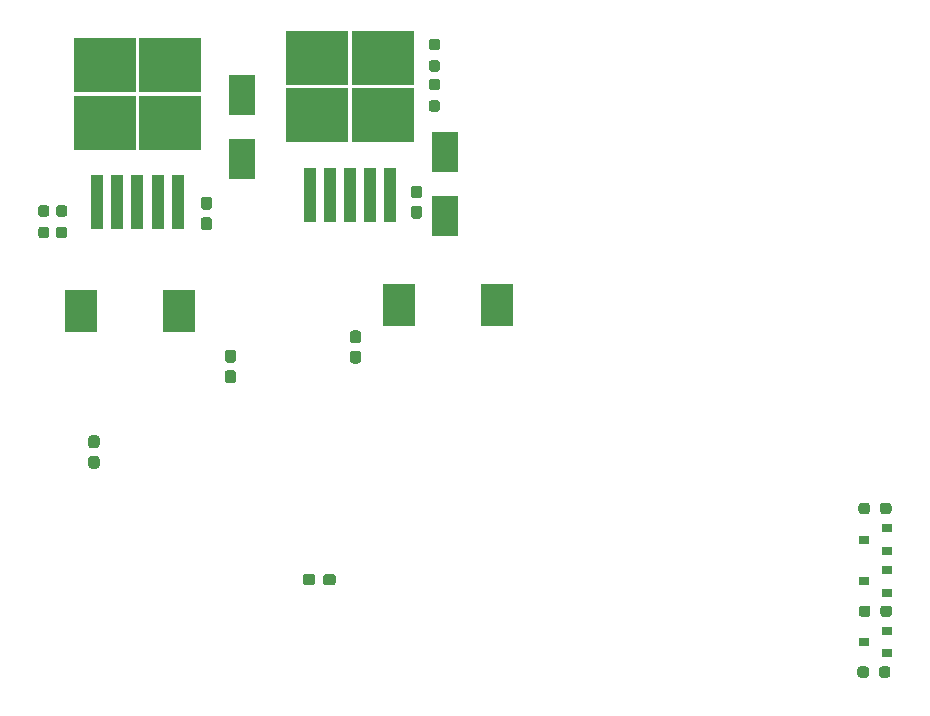
<source format=gbr>
G04 #@! TF.GenerationSoftware,KiCad,Pcbnew,5.1.9*
G04 #@! TF.CreationDate,2021-04-04T11:54:02+02:00*
G04 #@! TF.ProjectId,Robot volledig,526f626f-7420-4766-9f6c-6c656469672e,rev?*
G04 #@! TF.SameCoordinates,Original*
G04 #@! TF.FileFunction,Paste,Bot*
G04 #@! TF.FilePolarity,Positive*
%FSLAX46Y46*%
G04 Gerber Fmt 4.6, Leading zero omitted, Abs format (unit mm)*
G04 Created by KiCad (PCBNEW 5.1.9) date 2021-04-04 11:54:02*
%MOMM*%
%LPD*%
G01*
G04 APERTURE LIST*
%ADD10R,1.100000X4.600000*%
%ADD11R,5.250000X4.550000*%
%ADD12R,2.700000X3.600000*%
%ADD13R,2.300000X3.500000*%
%ADD14R,0.900000X0.800000*%
G04 APERTURE END LIST*
D10*
X139036000Y-81936240D03*
X137336000Y-81936240D03*
X135636000Y-81936240D03*
X133936000Y-81936240D03*
X132236000Y-81936240D03*
D11*
X132861000Y-70361240D03*
X138411000Y-75211240D03*
X138411000Y-70361240D03*
X132861000Y-75211240D03*
G36*
G01*
X131715500Y-103424700D02*
X132190500Y-103424700D01*
G75*
G02*
X132428000Y-103662200I0J-237500D01*
G01*
X132428000Y-104262200D01*
G75*
G02*
X132190500Y-104499700I-237500J0D01*
G01*
X131715500Y-104499700D01*
G75*
G02*
X131478000Y-104262200I0J237500D01*
G01*
X131478000Y-103662200D01*
G75*
G02*
X131715500Y-103424700I237500J0D01*
G01*
G37*
G36*
G01*
X131715500Y-101699700D02*
X132190500Y-101699700D01*
G75*
G02*
X132428000Y-101937200I0J-237500D01*
G01*
X132428000Y-102537200D01*
G75*
G02*
X132190500Y-102774700I-237500J0D01*
G01*
X131715500Y-102774700D01*
G75*
G02*
X131478000Y-102537200I0J237500D01*
G01*
X131478000Y-101937200D01*
G75*
G02*
X131715500Y-101699700I237500J0D01*
G01*
G37*
G36*
G01*
X151351500Y-114145500D02*
X151351500Y-113670500D01*
G75*
G02*
X151589000Y-113433000I237500J0D01*
G01*
X152189000Y-113433000D01*
G75*
G02*
X152426500Y-113670500I0J-237500D01*
G01*
X152426500Y-114145500D01*
G75*
G02*
X152189000Y-114383000I-237500J0D01*
G01*
X151589000Y-114383000D01*
G75*
G02*
X151351500Y-114145500I0J237500D01*
G01*
G37*
G36*
G01*
X149626500Y-114145500D02*
X149626500Y-113670500D01*
G75*
G02*
X149864000Y-113433000I237500J0D01*
G01*
X150464000Y-113433000D01*
G75*
G02*
X150701500Y-113670500I0J-237500D01*
G01*
X150701500Y-114145500D01*
G75*
G02*
X150464000Y-114383000I-237500J0D01*
G01*
X149864000Y-114383000D01*
G75*
G02*
X149626500Y-114145500I0J237500D01*
G01*
G37*
G36*
G01*
X153864300Y-94532500D02*
X154339300Y-94532500D01*
G75*
G02*
X154576800Y-94770000I0J-237500D01*
G01*
X154576800Y-95370000D01*
G75*
G02*
X154339300Y-95607500I-237500J0D01*
G01*
X153864300Y-95607500D01*
G75*
G02*
X153626800Y-95370000I0J237500D01*
G01*
X153626800Y-94770000D01*
G75*
G02*
X153864300Y-94532500I237500J0D01*
G01*
G37*
G36*
G01*
X153864300Y-92807500D02*
X154339300Y-92807500D01*
G75*
G02*
X154576800Y-93045000I0J-237500D01*
G01*
X154576800Y-93645000D01*
G75*
G02*
X154339300Y-93882500I-237500J0D01*
G01*
X153864300Y-93882500D01*
G75*
G02*
X153626800Y-93645000I0J237500D01*
G01*
X153626800Y-93045000D01*
G75*
G02*
X153864300Y-92807500I237500J0D01*
G01*
G37*
G36*
G01*
X143747500Y-95533500D02*
X143272500Y-95533500D01*
G75*
G02*
X143035000Y-95296000I0J237500D01*
G01*
X143035000Y-94696000D01*
G75*
G02*
X143272500Y-94458500I237500J0D01*
G01*
X143747500Y-94458500D01*
G75*
G02*
X143985000Y-94696000I0J-237500D01*
G01*
X143985000Y-95296000D01*
G75*
G02*
X143747500Y-95533500I-237500J0D01*
G01*
G37*
G36*
G01*
X143747500Y-97258500D02*
X143272500Y-97258500D01*
G75*
G02*
X143035000Y-97021000I0J237500D01*
G01*
X143035000Y-96421000D01*
G75*
G02*
X143272500Y-96183500I237500J0D01*
G01*
X143747500Y-96183500D01*
G75*
G02*
X143985000Y-96421000I0J-237500D01*
G01*
X143985000Y-97021000D01*
G75*
G02*
X143747500Y-97258500I-237500J0D01*
G01*
G37*
D12*
X139150000Y-91200000D03*
X130850000Y-91200000D03*
X166110560Y-90637360D03*
X157810560Y-90637360D03*
G36*
G01*
X197657540Y-107641380D02*
X197657540Y-108116380D01*
G75*
G02*
X197420040Y-108353880I-237500J0D01*
G01*
X196920040Y-108353880D01*
G75*
G02*
X196682540Y-108116380I0J237500D01*
G01*
X196682540Y-107641380D01*
G75*
G02*
X196920040Y-107403880I237500J0D01*
G01*
X197420040Y-107403880D01*
G75*
G02*
X197657540Y-107641380I0J-237500D01*
G01*
G37*
G36*
G01*
X199482540Y-107641380D02*
X199482540Y-108116380D01*
G75*
G02*
X199245040Y-108353880I-237500J0D01*
G01*
X198745040Y-108353880D01*
G75*
G02*
X198507540Y-108116380I0J237500D01*
G01*
X198507540Y-107641380D01*
G75*
G02*
X198745040Y-107403880I237500J0D01*
G01*
X199245040Y-107403880D01*
G75*
G02*
X199482540Y-107641380I0J-237500D01*
G01*
G37*
G36*
G01*
X199520000Y-116348500D02*
X199520000Y-116823500D01*
G75*
G02*
X199282500Y-117061000I-237500J0D01*
G01*
X198782500Y-117061000D01*
G75*
G02*
X198545000Y-116823500I0J237500D01*
G01*
X198545000Y-116348500D01*
G75*
G02*
X198782500Y-116111000I237500J0D01*
G01*
X199282500Y-116111000D01*
G75*
G02*
X199520000Y-116348500I0J-237500D01*
G01*
G37*
G36*
G01*
X197695000Y-116348500D02*
X197695000Y-116823500D01*
G75*
G02*
X197457500Y-117061000I-237500J0D01*
G01*
X196957500Y-117061000D01*
G75*
G02*
X196720000Y-116823500I0J237500D01*
G01*
X196720000Y-116348500D01*
G75*
G02*
X196957500Y-116111000I237500J0D01*
G01*
X197457500Y-116111000D01*
G75*
G02*
X197695000Y-116348500I0J-237500D01*
G01*
G37*
G36*
G01*
X197569900Y-121494540D02*
X197569900Y-121969540D01*
G75*
G02*
X197332400Y-122207040I-237500J0D01*
G01*
X196832400Y-122207040D01*
G75*
G02*
X196594900Y-121969540I0J237500D01*
G01*
X196594900Y-121494540D01*
G75*
G02*
X196832400Y-121257040I237500J0D01*
G01*
X197332400Y-121257040D01*
G75*
G02*
X197569900Y-121494540I0J-237500D01*
G01*
G37*
G36*
G01*
X199394900Y-121494540D02*
X199394900Y-121969540D01*
G75*
G02*
X199157400Y-122207040I-237500J0D01*
G01*
X198657400Y-122207040D01*
G75*
G02*
X198419900Y-121969540I0J237500D01*
G01*
X198419900Y-121494540D01*
G75*
G02*
X198657400Y-121257040I237500J0D01*
G01*
X199157400Y-121257040D01*
G75*
G02*
X199394900Y-121494540I0J-237500D01*
G01*
G37*
G36*
G01*
X127937500Y-83175000D02*
X127462500Y-83175000D01*
G75*
G02*
X127225000Y-82937500I0J237500D01*
G01*
X127225000Y-82437500D01*
G75*
G02*
X127462500Y-82200000I237500J0D01*
G01*
X127937500Y-82200000D01*
G75*
G02*
X128175000Y-82437500I0J-237500D01*
G01*
X128175000Y-82937500D01*
G75*
G02*
X127937500Y-83175000I-237500J0D01*
G01*
G37*
G36*
G01*
X127937500Y-85000000D02*
X127462500Y-85000000D01*
G75*
G02*
X127225000Y-84762500I0J237500D01*
G01*
X127225000Y-84262500D01*
G75*
G02*
X127462500Y-84025000I237500J0D01*
G01*
X127937500Y-84025000D01*
G75*
G02*
X128175000Y-84262500I0J-237500D01*
G01*
X128175000Y-84762500D01*
G75*
G02*
X127937500Y-85000000I-237500J0D01*
G01*
G37*
G36*
G01*
X128982460Y-82203460D02*
X129457460Y-82203460D01*
G75*
G02*
X129694960Y-82440960I0J-237500D01*
G01*
X129694960Y-82940960D01*
G75*
G02*
X129457460Y-83178460I-237500J0D01*
G01*
X128982460Y-83178460D01*
G75*
G02*
X128744960Y-82940960I0J237500D01*
G01*
X128744960Y-82440960D01*
G75*
G02*
X128982460Y-82203460I237500J0D01*
G01*
G37*
G36*
G01*
X128982460Y-84028460D02*
X129457460Y-84028460D01*
G75*
G02*
X129694960Y-84265960I0J-237500D01*
G01*
X129694960Y-84765960D01*
G75*
G02*
X129457460Y-85003460I-237500J0D01*
G01*
X128982460Y-85003460D01*
G75*
G02*
X128744960Y-84765960I0J237500D01*
G01*
X128744960Y-84265960D01*
G75*
G02*
X128982460Y-84028460I237500J0D01*
G01*
G37*
G36*
G01*
X160544500Y-69917500D02*
X161019500Y-69917500D01*
G75*
G02*
X161257000Y-70155000I0J-237500D01*
G01*
X161257000Y-70655000D01*
G75*
G02*
X161019500Y-70892500I-237500J0D01*
G01*
X160544500Y-70892500D01*
G75*
G02*
X160307000Y-70655000I0J237500D01*
G01*
X160307000Y-70155000D01*
G75*
G02*
X160544500Y-69917500I237500J0D01*
G01*
G37*
G36*
G01*
X160544500Y-68092500D02*
X161019500Y-68092500D01*
G75*
G02*
X161257000Y-68330000I0J-237500D01*
G01*
X161257000Y-68830000D01*
G75*
G02*
X161019500Y-69067500I-237500J0D01*
G01*
X160544500Y-69067500D01*
G75*
G02*
X160307000Y-68830000I0J237500D01*
G01*
X160307000Y-68330000D01*
G75*
G02*
X160544500Y-68092500I237500J0D01*
G01*
G37*
G36*
G01*
X160544500Y-71498000D02*
X161019500Y-71498000D01*
G75*
G02*
X161257000Y-71735500I0J-237500D01*
G01*
X161257000Y-72235500D01*
G75*
G02*
X161019500Y-72473000I-237500J0D01*
G01*
X160544500Y-72473000D01*
G75*
G02*
X160307000Y-72235500I0J237500D01*
G01*
X160307000Y-71735500D01*
G75*
G02*
X160544500Y-71498000I237500J0D01*
G01*
G37*
G36*
G01*
X160544500Y-73323000D02*
X161019500Y-73323000D01*
G75*
G02*
X161257000Y-73560500I0J-237500D01*
G01*
X161257000Y-74060500D01*
G75*
G02*
X161019500Y-74298000I-237500J0D01*
G01*
X160544500Y-74298000D01*
G75*
G02*
X160307000Y-74060500I0J237500D01*
G01*
X160307000Y-73560500D01*
G75*
G02*
X160544500Y-73323000I237500J0D01*
G01*
G37*
D11*
X150876000Y-74588240D03*
X156426000Y-69738240D03*
X156426000Y-74588240D03*
X150876000Y-69738240D03*
D10*
X150251000Y-81313240D03*
X151951000Y-81313240D03*
X153651000Y-81313240D03*
X155351000Y-81313240D03*
X157051000Y-81313240D03*
D13*
X144470120Y-78298040D03*
X144470120Y-72898040D03*
X161700000Y-77700000D03*
X161700000Y-83100000D03*
D14*
X197136000Y-119192000D03*
X199136000Y-120142000D03*
X199136000Y-118242000D03*
X197119240Y-110510320D03*
X199119240Y-111460320D03*
X199119240Y-109560320D03*
X199120000Y-113096000D03*
X199120000Y-114996000D03*
X197120000Y-114046000D03*
G36*
G01*
X141715500Y-84304500D02*
X141240500Y-84304500D01*
G75*
G02*
X141003000Y-84067000I0J237500D01*
G01*
X141003000Y-83467000D01*
G75*
G02*
X141240500Y-83229500I237500J0D01*
G01*
X141715500Y-83229500D01*
G75*
G02*
X141953000Y-83467000I0J-237500D01*
G01*
X141953000Y-84067000D01*
G75*
G02*
X141715500Y-84304500I-237500J0D01*
G01*
G37*
G36*
G01*
X141715500Y-82579500D02*
X141240500Y-82579500D01*
G75*
G02*
X141003000Y-82342000I0J237500D01*
G01*
X141003000Y-81742000D01*
G75*
G02*
X141240500Y-81504500I237500J0D01*
G01*
X141715500Y-81504500D01*
G75*
G02*
X141953000Y-81742000I0J-237500D01*
G01*
X141953000Y-82342000D01*
G75*
G02*
X141715500Y-82579500I-237500J0D01*
G01*
G37*
G36*
G01*
X159020500Y-82266500D02*
X159495500Y-82266500D01*
G75*
G02*
X159733000Y-82504000I0J-237500D01*
G01*
X159733000Y-83104000D01*
G75*
G02*
X159495500Y-83341500I-237500J0D01*
G01*
X159020500Y-83341500D01*
G75*
G02*
X158783000Y-83104000I0J237500D01*
G01*
X158783000Y-82504000D01*
G75*
G02*
X159020500Y-82266500I237500J0D01*
G01*
G37*
G36*
G01*
X159020500Y-80541500D02*
X159495500Y-80541500D01*
G75*
G02*
X159733000Y-80779000I0J-237500D01*
G01*
X159733000Y-81379000D01*
G75*
G02*
X159495500Y-81616500I-237500J0D01*
G01*
X159020500Y-81616500D01*
G75*
G02*
X158783000Y-81379000I0J237500D01*
G01*
X158783000Y-80779000D01*
G75*
G02*
X159020500Y-80541500I237500J0D01*
G01*
G37*
M02*

</source>
